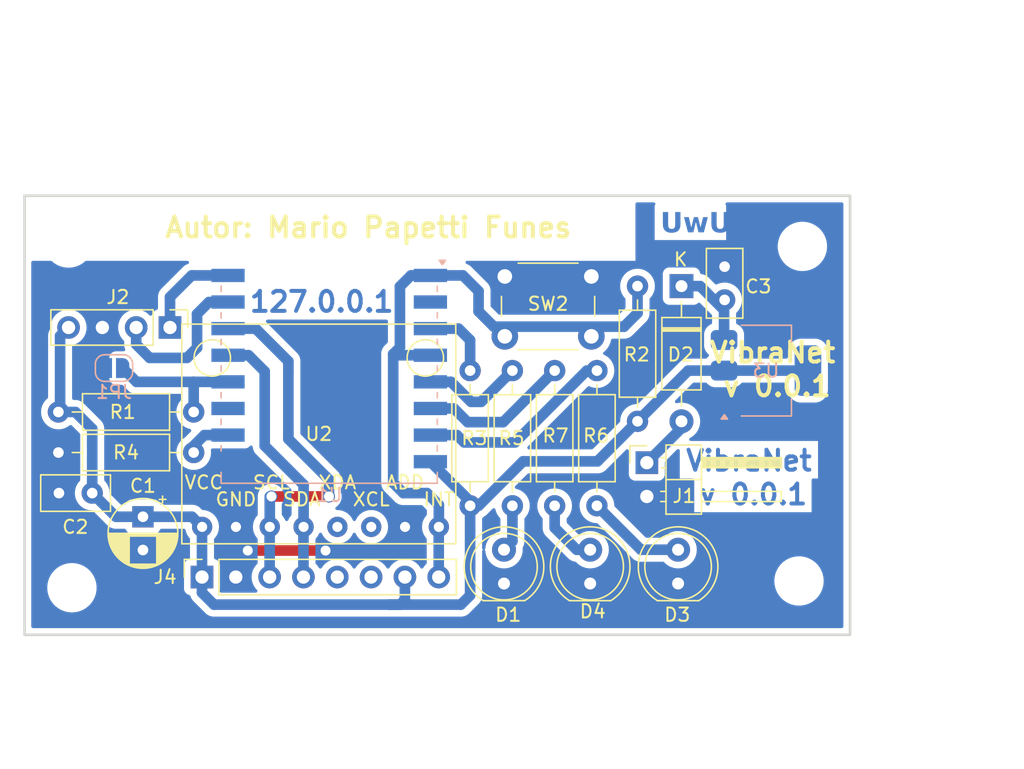
<source format=kicad_pcb>
(kicad_pcb (version 20240108) (generator "pcbnew") (generator_version "8.0")
  (title_block (title "VibraNet (Red de nodos sismoreceptores)") (date "2025-10-05") (rev "v0.0.0.1") (company "UNIVERSIDAD NACIONAL DE CUYO - FACULTAD DE INGENIERIA") (comment 1 "Proyecto Tipo C · Red de nodos de adquisición de datos sismográficos") (comment 2 "Autor: Mario Papetti Funes"))
  (layers (0 "F.Cu" signal) (31 "B.Cu" signal) (34 "B.Paste" user) (35 "F.Paste" user) (36 "B.SilkS" user "B.Silkscreen") (37 "F.SilkS" user "F.Silkscreen") (38 "B.Mask" user) (39 "F.Mask" user) (44 "Edge.Cuts" user))
  (net 0 "")
  (net 1 "VCC")
  (net 2 "GNDREF")
  (net 3 "Net-(D1-A)")
  (net 4 "RX")
  (net 5 "TX")
  (net 6 "SCL")
  (net 7 "SDA")
  (net 12 "int1")
  (net 15 "Net-(D3-A)")
  (net 16 "Net-(D4-A)")
  (net 17 "/led-aux")
  (net 18 "/led-data")
  (net 19 "/led-wifi")
  (net 20 "/Vin")
  (net 21 "/Vbat")
  (net 22 "/EN")
  (net 23 "/magic")
  (net 24 "boot")
  (footprint "MountingHole:MountingHole_3.2mm_M3" (layer "F.Cu") (at 106.937028 212.63375)
    (property "Reference" "H4" (at 0 0 0) (layer "F.SilkS"))
    (property "Value" "MountingHole")
    (pad "" np_thru_hole circle (at 0 0) (size 3.2 3.2) (drill 3.2) (layers "*.Cu" "*.Mask"))
  )
  (footprint "Connector_PinHeader_2.54mm:PinHeader_1x02_P2.54mm_Horizontal" (layer "F.Cu") (at 150.371028 229.14375)
    (property "Reference" "J1" (at 2.790972 2.50425 0) (layer "F.SilkS"))
    (property "Value" "batería")
    (pad "1" thru_hole rect (at 0 0) (size 1.7 1.7) (drill 1) (layers "*.Cu" "*.Mask") (net 21 "/Vbat"))
    (pad "2" thru_hole oval (at 0 2.54) (size 1.7 1.7) (drill 1) (layers "*.Cu" "*.Mask") (net 2 "GNDREF"))
  )
  (footprint "Resistor_THT:R_Axial_DIN0207_L6.3mm_D2.5mm_P10.16mm_Horizontal" (layer "F.Cu") (at 140.273028 232.38375 90)
    (property "Reference" "R5" (at 5.08 -0.062 0) (layer "F.SilkS"))
    (property "Value" "1k")
    (pad "1" thru_hole circle (at 0 0 90) (size 1.6 1.6) (drill 0.8) (layers "*.Cu" "*.Mask") (net 3 "Net-(D1-A)"))
    (pad "2" thru_hole oval (at 10.16 0 90) (size 1.6 1.6) (drill 0.8) (layers "*.Cu" "*.Mask") (net 17 "/led-aux"))
  )
  (footprint "Connector_PinHeader_2.54mm:PinHeader_1x04_P2.54mm_Vertical" (layer "F.Cu") (at 114.557028 218.98375 -90)
    (property "Reference" "J2" (at -2.286 3.917 180) (layer "F.SilkS"))
    (property "Value" "UART")
    (pad "1" thru_hole rect (at 0 0 270) (size 1.7 1.7) (drill 1) (layers "*.Cu" "*.Mask") (net 5 "TX"))
    (pad "2" thru_hole oval (at 0 2.54 270) (size 1.7 1.7) (drill 1) (layers "*.Cu" "*.Mask") (net 4 "RX"))
    (pad "3" thru_hole oval (at 0 5.08 270) (size 1.7 1.7) (drill 1) (layers "*.Cu" "*.Mask") (net 2 "GNDREF"))
    (pad "4" thru_hole oval (at 0 7.62 270) (size 1.7 1.7) (drill 1) (layers "*.Cu" "*.Mask") (net 1 "VCC"))
  )
  (footprint "Capacitor_THT:C_Disc_D5.0mm_W2.5mm_P2.50mm" (layer "F.Cu") (at 156.213028 216.91175 90)
    (property "Reference" "C3" (at 1.01175 2.536972 0) (layer "F.SilkS"))
    (property "Value" "102")
    (pad "1" thru_hole circle (at 0 0 90) (size 1.6 1.6) (drill 0.8) (layers "*.Cu" "*.Mask") (net 20 "/Vin"))
    (pad "2" thru_hole circle (at 2.5 0 90) (size 1.6 1.6) (drill 0.8) (layers "*.Cu" "*.Mask") (net 2 "GNDREF"))
  )
  (footprint "MountingHole:MountingHole_3.2mm_M3" (layer "F.Cu") (at 162.055028 212.88775)
    (property "Reference" "H1" (at 0 0 0) (layer "F.SilkS"))
    (property "Value" "MountingHole")
    (pad "" np_thru_hole circle (at 0 0) (size 3.2 3.2) (drill 3.2) (layers "*.Cu" "*.Mask"))
  )
  (footprint "Connector_PinSocket_2.54mm:PinSocket_1x08_P2.54mm_Vertical" (layer "F.Cu") (at 116.960028 237.73975 90)
    (property "Reference" "J4" (at 0 -2.77 0) (layer "F.SilkS"))
    (property "Value" "MPU6050")
    (pad "1" thru_hole rect (at 0 0 90) (size 1.7 1.7) (drill 1) (layers "*.Cu" "*.Mask") (net 1 "VCC"))
    (pad "2" thru_hole oval (at 0 2.54 90) (size 1.7 1.7) (drill 1) (layers "*.Cu" "*.Mask") (net 2 "GNDREF"))
    (pad "3" thru_hole oval (at 0 5.08 90) (size 1.7 1.7) (drill 1) (layers "*.Cu" "*.Mask") (net 6 "SCL"))
    (pad "4" thru_hole oval (at 0 7.62 90) (size 1.7 1.7) (drill 1) (layers "*.Cu" "*.Mask") (net 7 "SDA"))
    (pad "5" thru_hole oval (at 0 10.16 90) (size 1.7 1.7) (drill 1) (layers "*.Cu" "*.Mask"))
    (pad "6" thru_hole oval (at 0 12.7 90) (size 1.7 1.7) (drill 1) (layers "*.Cu" "*.Mask"))
    (pad "7" thru_hole oval (at 0 15.24 90) (size 1.7 1.7) (drill 1) (layers "*.Cu" "*.Mask") (net 1 "VCC"))
    (pad "8" thru_hole oval (at 0 17.78 90) (size 1.7 1.7) (drill 1) (layers "*.Cu" "*.Mask") (net 12 "int1"))
  )
  (footprint "LED_THT:LED_D5.0mm" (layer "F.Cu") (at 146.115028 238.22575 90)
    (property "Reference" "D4" (at -2.094 0.192 0) (layer "F.SilkS"))
    (property "Value" "LED")
    (pad "1" thru_hole rect (at 0 0 90) (size 1.8 1.8) (drill 0.9) (layers "*.Cu" "*.Mask") (net 2 "GNDREF"))
    (pad "2" thru_hole circle (at 2.54 0 90) (size 1.8 1.8) (drill 0.9) (layers "*.Cu" "*.Mask") (net 16 "Net-(D4-A)"))
  )
  (footprint "LED_THT:LED_D5.0mm" (layer "F.Cu") (at 152.719028 238.22575 90)
    (property "Reference" "D3" (at -2.347999 -0.061999 180) (layer "F.SilkS"))
    (property "Value" "LED")
    (pad "1" thru_hole rect (at 0 0 90) (size 1.8 1.8) (drill 0.9) (layers "*.Cu" "*.Mask") (net 2 "GNDREF"))
    (pad "2" thru_hole circle (at 2.54 0 90) (size 1.8 1.8) (drill 0.9) (layers "*.Cu" "*.Mask") (net 15 "Net-(D3-A)"))
  )
  (footprint "USINI_sensors:module_mpu6050" (layer "F.Cu") (at 134.750028 233.96975 90)
    (property "Reference" "U2" (at 6.985 -9.017 0) (layer "F.SilkS"))
    (property "Value" "module_mpu6050")
    (fp_text user "XCL" (at 2.06775 -5.08 0) (layer "F.SilkS"))
    (fp_text user "SCL" (at 3.33775 -12.576028 0) (layer "F.SilkS"))
    (fp_text user "VCC" (at 3.33775 -17.656028 0) (layer "F.SilkS"))
    (fp_text user "INT" (at 2.06775 0 0) (layer "F.SilkS"))
    (fp_text user "SDA" (at 2.06775 -10.290028 0) (layer "F.SilkS"))
    (fp_text user "GND" (at 2.06775 -15.24 0) (layer "F.SilkS"))
    (fp_text user "XDA" (at 3.33775 -7.62 0) (layer "F.SilkS"))
    (fp_text user "ADD" (at 3.33775 -2.54 0) (layer "F.SilkS"))
    (pad "1" thru_hole circle (at 0 -17.78 90) (size 1.524 1.524) (drill 0.762) (layers "*.Cu" "*.Mask") (net 1 "VCC"))
    (pad "2" thru_hole circle (at 0 -15.24 90) (size 1.524 1.524) (drill 0.762) (layers "*.Cu" "*.Mask") (net 2 "GNDREF"))
    (pad "3" thru_hole circle (at 0 -12.7 90) (size 1.524 1.524) (drill 0.762) (layers "*.Cu" "*.Mask") (net 6 "SCL"))
    (pad "4" thru_hole circle (at 0 -10.16 90) (size 1.524 1.524) (drill 0.762) (layers "*.Cu" "*.Mask") (net 7 "SDA"))
    (pad "5" thru_hole circle (at 0 -7.62 90) (size 1.524 1.524) (drill 0.762) (layers "*.Cu" "*.Mask"))
    (pad "6" thru_hole circle (at 0 -5.08 90) (size 1.524 1.524) (drill 0.762) (layers "*.Cu" "*.Mask"))
    (pad "7" thru_hole circle (at 0 -2.54 90) (size 1.524 1.524) (drill 0.762) (layers "*.Cu" "*.Mask") (net 2 "GNDREF"))
    (pad "8" thru_hole circle (at 0 0 90) (size 1.524 1.524) (drill 0.762) (layers "*.Cu" "*.Mask") (net 12 "int1"))
  )
  (footprint "Capacitor_THT:CP_Radial_D5.0mm_P2.50mm" (layer "F.Cu") (at 112.525028 233.20775 -90)
    (property "Reference" "C1" (at -2.32175 0.003028 0) (layer "F.SilkS"))
    (property "Value" "47uF")
    (pad "1" thru_hole rect (at 0 0 270) (size 1.6 1.6) (drill 0.8) (layers "*.Cu" "*.Mask") (net 1 "VCC"))
    (pad "2" thru_hole circle (at 2.5 0 270) (size 1.6 1.6) (drill 0.8) (layers "*.Cu" "*.Mask") (net 2 "GNDREF"))
  )
  (footprint "Capacitor_THT:C_Disc_D5.0mm_W2.5mm_P2.50mm" (layer "F.Cu") (at 108.715028 231.42975 180)
    (property "Reference" "C2" (at 1.27 -2.54 180) (layer "F.SilkS"))
    (property "Value" "102")
    (pad "1" thru_hole circle (at 0 0 180) (size 1.6 1.6) (drill 0.8) (layers "*.Cu" "*.Mask") (net 1 "VCC"))
    (pad "2" thru_hole circle (at 2.5 0 180) (size 1.6 1.6) (drill 0.8) (layers "*.Cu" "*.Mask") (net 2 "GNDREF"))
  )
  (footprint "Resistor_THT:R_Axial_DIN0207_L6.3mm_D2.5mm_P10.16mm_Horizontal" (layer "F.Cu") (at 106.175028 228.38175)
    (property "Reference" "R4" (at 5.08 0 0) (layer "F.SilkS"))
    (property "Value" "10k")
    (pad "1" thru_hole circle (at 0 0) (size 1.6 1.6) (drill 0.8) (layers "*.Cu" "*.Mask") (net 2 "GNDREF"))
    (pad "2" thru_hole oval (at 10.16 0) (size 1.6 1.6) (drill 0.8) (layers "*.Cu" "*.Mask") (net 23 "/magic"))
  )
  (footprint "Diode_THT:D_A-405_P10.16mm_Horizontal" (layer "F.Cu") (at 152.973028 215.87375 -90)
    (property "Reference" "D2" (at 5.141999 0.061999 180) (layer "F.SilkS"))
    (property "Value" "1N4007")
    (fp_text user "K" (at -2.00575 0.065028 180) (layer "F.SilkS"))
    (pad "1" thru_hole rect (at 0 0 270) (size 1.8 1.8) (drill 0.9) (layers "*.Cu" "*.Mask") (net 20 "/Vin"))
    (pad "2" thru_hole oval (at 10.16 0 270) (size 1.8 1.8) (drill 0.9) (layers "*.Cu" "*.Mask") (net 21 "/Vbat"))
  )
  (footprint "Resistor_THT:R_Axial_DIN0207_L6.3mm_D2.5mm_P10.16mm_Horizontal" (layer "F.Cu") (at 149.671028 215.87375 -90)
    (property "Reference" "R2" (at 5.141999 0.061999 180) (layer "F.SilkS"))
    (property "Value" "10k")
    (pad "1" thru_hole circle (at 0 0 270) (size 1.6 1.6) (drill 0.8) (layers "*.Cu" "*.Mask") (net 12 "int1"))
    (pad "2" thru_hole oval (at 10.16 0 270) (size 1.6 1.6) (drill 0.8) (layers "*.Cu" "*.Mask") (net 1 "VCC"))
  )
  (footprint "Resistor_THT:R_Axial_DIN0207_L6.3mm_D2.5mm_P10.16mm_Horizontal" (layer "F.Cu") (at 137.098028 222.22375 -90)
    (property "Reference" "R3" (at 5.079999 -0.319001 180) (layer "F.SilkS"))
    (property "Value" "10k")
    (pad "1" thru_hole circle (at 0 0 270) (size 1.6 1.6) (drill 0.8) (layers "*.Cu" "*.Mask") (net 22 "/EN"))
    (pad "2" thru_hole oval (at 10.16 0 270) (size 1.6 1.6) (drill 0.8) (layers "*.Cu" "*.Mask") (net 1 "VCC"))
  )
  (footprint "Resistor_THT:R_Axial_DIN0207_L6.3mm_D2.5mm_P10.16mm_Horizontal" (layer "F.Cu") (at 146.623028 232.38375 90)
    (property "Reference" "R6" (at 5.272 -0.062 0) (layer "F.SilkS"))
    (property "Value" "1k")
    (pad "1" thru_hole circle (at 0 0 90) (size 1.6 1.6) (drill 0.8) (layers "*.Cu" "*.Mask") (net 15 "Net-(D3-A)"))
    (pad "2" thru_hole oval (at 10.16 0 90) (size 1.6 1.6) (drill 0.8) (layers "*.Cu" "*.Mask") (net 18 "/led-data"))
  )
  (footprint "Resistor_THT:R_Axial_DIN0207_L6.3mm_D2.5mm_P10.16mm_Horizontal" (layer "F.Cu") (at 143.448028 232.38375 90)
    (property "Reference" "R7" (at 5.272 0.065 0) (layer "F.SilkS"))
    (property "Value" "1k")
    (pad "1" thru_hole circle (at 0 0 90) (size 1.6 1.6) (drill 0.8) (layers "*.Cu" "*.Mask") (net 16 "Net-(D4-A)"))
    (pad "2" thru_hole oval (at 10.16 0 90) (size 1.6 1.6) (drill 0.8) (layers "*.Cu" "*.Mask") (net 19 "/led-wifi"))
  )
  (footprint "Button_Switch_THT:SW_PUSH_6mm_H4.3mm" (layer "F.Cu") (at 146.203028 219.64775 180)
    (property "Reference" "SW2" (at 3.25 2.442 180) (layer "F.SilkS"))
    (property "Value" "SW_Push")
    (pad "1" thru_hole circle (at 0 0 270) (size 2 2) (drill 1.1) (layers "*.Cu" "*.Mask") (net 12 "int1"))
    (pad "1" thru_hole circle (at 6.5 0 270) (size 2 2) (drill 1.1) (layers "*.Cu" "*.Mask") (net 12 "int1"))
    (pad "2" thru_hole circle (at 0 4.5 270) (size 2 2) (drill 1.1) (layers "*.Cu" "*.Mask") (net 2 "GNDREF"))
    (pad "2" thru_hole circle (at 6.5 4.5 270) (size 2 2) (drill 1.1) (layers "*.Cu" "*.Mask") (net 2 "GNDREF"))
  )
  (footprint "MountingHole:MountingHole_3.2mm_M3" (layer "F.Cu") (at 107.191028 238.54175)
    (property "Reference" "H3" (at 0 0 0) (layer "F.SilkS"))
    (property "Value" "MountingHole")
    (pad "" np_thru_hole circle (at 0 0) (size 3.2 3.2) (drill 3.2) (layers "*.Cu" "*.Mask"))
  )
  (footprint "Resistor_THT:R_Axial_DIN0207_L6.3mm_D2.5mm_P10.16mm_Horizontal" (layer "F.Cu") (at 116.335028 225.33375 180)
    (property "Reference" "R1" (at 5.334 0 180) (layer "F.SilkS"))
    (property "Value" "10k")
    (pad "1" thru_hole circle (at 0 0 180) (size 1.6 1.6) (drill 0.8) (layers "*.Cu" "*.Mask") (net 24 "boot"))
    (pad "2" thru_hole oval (at 10.16 0 180) (size 1.6 1.6) (drill 0.8) (layers "*.Cu" "*.Mask") (net 1 "VCC"))
  )
  (footprint "MountingHole:MountingHole_3.2mm_M3" (layer "F.Cu") (at 161.801028 238.03375)
    (property "Reference" "H2" (at 0 0 0) (layer "F.SilkS"))
    (property "Value" "MountingHole")
    (pad "" np_thru_hole circle (at 0 0) (size 3.2 3.2) (drill 3.2) (layers "*.Cu" "*.Mask"))
  )
  (footprint "LED_THT:LED_D5.0mm" (layer "F.Cu") (at 139.643028 238.22575 90)
    (property "Reference" "D1" (at -2.348 0.314 0) (layer "F.SilkS"))
    (property "Value" "LED")
    (pad "1" thru_hole rect (at 0 0 90) (size 1.8 1.8) (drill 0.9) (layers "*.Cu" "*.Mask") (net 2 "GNDREF"))
    (pad "2" thru_hole circle (at 2.54 0 90) (size 1.8 1.8) (drill 0.9) (layers "*.Cu" "*.Mask") (net 3 "Net-(D1-A)"))
  )
  (footprint "Jumper:SolderJumper-2_P1.3mm_Open_RoundedPad1.0x1.5mm" (layer "B.Cu") (at 110.351028 222.03175)
    (property "Reference" "JP1" (at 0 1.8 0) (layer "B.SilkS") (effects (justify mirror)))
    (property "Value" "Jumper_2_Open")
    (pad "1" smd custom (at -0.65 0) (size 1 0.5) (layers "B.Cu" "B.Mask") (net 2 "GNDREF") (options (clearance outline) (anchor rect)) (primitives (gr_circle (center 0 -0.25) (end 0.5 -0.25) (width 0) (fill yes)) (gr_circle (center 0 0.25) (end 0.5 0.25) (width 0) (fill yes)) (gr_poly (pts (xy 0.5 -0.75) (xy 0 -0.75) (xy 0 0.75) (xy 0.5 0.75)) (width 0) (fill yes))))
    (pad "2" smd custom (at 0.65 0) (size 1 0.5) (layers "B.Cu" "B.Mask") (net 24 "boot") (options (clearance outline) (anchor rect)) (primitives (gr_circle (center 0 -0.25) (end 0.5 -0.25) (width 0) (fill yes)) (gr_circle (center 0 0.25) (end 0.5 0.25) (width 0) (fill yes)) (gr_poly (pts (xy 0 -0.75) (xy -0.5 -0.75) (xy -0.5 0.75) (xy 0 0.75)) (width 0) (fill yes))))
  )
  (footprint "RF_Module:ESP-07" (layer "B.Cu") (at 126.515028 219.96975 180)
    (property "Reference" "U1" (at 0 -11.6 180) (layer "B.SilkS") (effects (justify mirror)))
    (property "Value" "ESP-07")
    (pad "1" smd rect (at -7.6 4.9 180) (size 2.5 1) (layers "B.Cu" "B.Paste" "B.Mask") (net 12 "int1"))
    (pad "2" smd rect (at -7.6 2.9 180) (size 2.5 1) (layers "B.Cu" "B.Paste" "B.Mask"))
    (pad "3" smd rect (at -7.6 0.9 180) (size 2.5 1) (layers "B.Cu" "B.Paste" "B.Mask") (net 22 "/EN"))
    (pad "4" smd rect (at -7.6 -1.1 180) (size 2.5 1) (layers "B.Cu" "B.Paste" "B.Mask") (net 12 "int1"))
    (pad "5" smd rect (at -7.6 -3.1 180) (size 2.5 1) (layers "B.Cu" "B.Paste" "B.Mask") (net 17 "/led-aux"))
    (pad "6" smd rect (at -7.6 -5.1 180) (size 2.5 1) (layers "B.Cu" "B.Paste" "B.Mask") (net 19 "/led-wifi"))
    (pad "7" smd rect (at -7.6 -7.1 180) (size 2.5 1) (layers "B.Cu" "B.Paste" "B.Mask") (net 18 "/led-data"))
    (pad "8" smd rect (at -7.6 -9.1 180) (size 2.5 1) (layers "B.Cu" "B.Paste" "B.Mask") (net 1 "VCC"))
    (pad "9" smd rect (at 7.6 -9.1 180) (size 2.5 1) (layers "B.Cu" "B.Paste" "B.Mask") (net 2 "GNDREF"))
    (pad "10" smd rect (at 7.6 -7.1 180) (size 2.5 1) (layers "B.Cu" "B.Paste" "B.Mask") (net 23 "/magic"))
    (pad "11" smd rect (at 7.6 -5.1 180) (size 2.5 1) (layers "B.Cu" "B.Paste" "B.Mask"))
    (pad "12" smd rect (at 7.6 -3.1 180) (size 2.5 1) (layers "B.Cu" "B.Paste" "B.Mask") (net 24 "boot"))
    (pad "13" smd rect (at 7.6 -1.1 180) (size 2.5 1) (layers "B.Cu" "B.Paste" "B.Mask") (net 7 "SDA"))
    (pad "14" smd rect (at 7.6 0.9 180) (size 2.5 1) (layers "B.Cu" "B.Paste" "B.Mask") (net 6 "SCL"))
    (pad "15" smd rect (at 7.6 2.9 180) (size 2.5 1) (layers "B.Cu" "B.Paste" "B.Mask") (net 4 "RX"))
    (pad "16" smd rect (at 7.6 4.9 180) (size 2.5 1) (layers "B.Cu" "B.Paste" "B.Mask") (net 5 "TX"))
    (zone (net 0) (net_name "") (layers "*.Cu") (connect_pads (clearance 0)) (min_thickness 0.254)
      (keepout (tracks not_allowed) (vias not_allowed) (pads not_allowed) (copperpour not_allowed) (footprints not_allowed))
      (fill (thermal_gap 0.508) (thermal_bridge_width 0.508))
      (polygon (pts (xy 149.515028 213.96975) (xy 103.515028 213.96975) (xy 103.515028 194.36975) (xy 149.515028 194.36975)))
    )
  )
  (footprint "Package_TO_SOT_SMD:SOT-223-3_TabPin2" (layer "B.Cu") (at 159.323028 222.22375)
    (property "Reference" "U3" (at 0 0 0) (layer "B.SilkS") (effects (justify mirror)))
    (property "Value" "AMS1117-3.3")
    (pad "1" smd roundrect (at -3.15 2.3) (size 2 1.5) (layers "B.Cu" "B.Paste" "B.Mask") (net 2 "GNDREF"))
    (pad "2" smd roundrect (at -3.15 0) (size 2 1.5) (layers "B.Cu" "B.Paste" "B.Mask") (net 1 "VCC"))
    (pad "2" smd roundrect (at 3.15 0) (size 2 3.8) (layers "B.Cu" "B.Paste" "B.Mask") (net 1 "VCC"))
    (pad "3" smd roundrect (at -3.15 -2.3) (size 2 1.5) (layers "B.Cu" "B.Paste" "B.Mask") (net 20 "/Vin"))
  )
  (gr_rect (start 103.635028 209.07775) (end 165.635028 242.07775) (stroke (width 0.2)) (fill none) (layer "Edge.Cuts"))
  (gr_text "127.0.0.1" (at 120.396 217.932 0) (layer "B.Cu") (effects (font (size 1.5 1.5) (thickness 0.3) (bold yes)) (justify left bottom)))
  (gr_text "UwU" (at 151.384 212.09 0) (layer "B.Cu") (effects (font (size 1.5 1.5) (thickness 0.3) (bold yes)) (justify left bottom)))
  (gr_text "VibraNet" (at 153.162 229.87 0) (layer "B.Cu") (effects (font (size 1.5 1.5) (thickness 0.3) (bold yes)) (justify left bottom)))
  (gr_text "v 0.0.1\n" (at 154.178 232.41 0) (layer "B.Cu") (effects (font (size 1.5 1.5) (thickness 0.3) (bold yes)) (justify left bottom)))
  (gr_text "VibraNet" (at 154.94 221.742 0) (layer "F.SilkS") (effects (font (size 1.5 1.5) (thickness 0.3) (bold yes)) (justify left bottom)))
  (gr_text "Autor: Mario Papetti Funes\n" (at 114.046 212.344 0) (layer "F.SilkS") (effects (font (size 1.5 1.5) (thickness 0.3) (bold yes)) (justify left bottom)))
  (gr_text "v 0.0.1\n" (at 155.956 224.282 0) (layer "F.SilkS") (effects (font (size 1.5 1.5) (thickness 0.3) (bold yes)) (justify left bottom)))
  (segment (start 106.175028 225.33375) (end 107.445028 225.33375) (width 0.8) (layer "B.Cu") (net 1))
  (segment (start 132.200028 237.73975) (end 132.200028 239.44075) (width 0.8) (layer "B.Cu") (net 1))
  (segment (start 137.098028 232.38375) (end 137.733028 232.38375) (width 0.8) (layer "B.Cu") (net 1))
  (segment (start 131.067028 239.81175) (end 117.859028 239.81175) (width 0.8) (layer "B.Cu") (net 1))
  (segment (start 106.302028 225.20675) (end 106.175028 225.33375) (width 0.8) (layer "B.Cu") (net 1))
  (segment (start 132.200028 239.44075) (end 131.829028 239.81175) (width 0.8) (layer "B.Cu") (net 1))
  (segment (start 162.473028 222.22375) (end 156.173028 222.22375) (width 0.8) (layer "B.Cu") (net 1))
  (segment (start 110.493028 233.20775) (end 116.208028 233.20775) (width 0.8) (layer "B.Cu") (net 1))
  (segment (start 106.937028 218.98375) (end 106.302028 219.61875) (width 0.8) (layer "B.Cu") (net 1))
  (segment (start 131.067028 239.81175) (end 136.401028 239.81175) (width 0.8) (layer "B.Cu") (net 1))
  (segment (start 116.960028 238.91275) (end 116.960028 237.73975) (width 0.8) (layer "B.Cu") (net 1))
  (segment (start 134.115028 229.06975) (end 137.098028 232.05275) (width 0.8) (layer "B.Cu") (net 1))
  (segment (start 146.661028 229.04375) (end 149.671028 226.03375) (width 0.8) (layer "B.Cu") (net 1))
  (segment (start 108.715028 226.60375) (end 108.715028 231.42975) (width 0.8) (layer "B.Cu") (net 1))
  (segment (start 116.208028 233.20775) (end 116.970028 233.96975) (width 0.8) (layer "B.Cu") (net 1))
  (segment (start 149.671028 226.03375) (end 153.481028 222.22375) (width 0.8) (layer "B.Cu") (net 1))
  (segment (start 106.302028 219.61875) (end 106.302028 225.20675) (width 0.8) (layer "B.Cu") (net 1))
  (segment (start 107.445028 225.33375) (end 108.715028 226.60375) (width 0.8) (layer "B.Cu") (net 1))
  (segment (start 116.960028 237.73975) (end 116.960028 233.97975) (width 0.8) (layer "B.Cu") (net 1))
  (segment (start 137.733028 232.38375) (end 141.073028 229.04375) (width 0.8) (layer "B.Cu") (net 1))
  (segment (start 153.481028 222.22375) (end 156.173028 222.22375) (width 0.8) (layer "B.Cu") (net 1))
  (segment (start 137.098028 232.05275) (end 137.098028 232.38375) (width 0.8) (layer "B.Cu") (net 1))
  (segment (start 116.960028 233.97975) (end 116.970028 233.96975) (width 0.8) (layer "B.Cu") (net 1))
  (segment (start 141.073028 229.04375) (end 146.661028 229.04375) (width 0.8) (layer "B.Cu") (net 1))
  (segment (start 137.098028 239.11475) (end 137.098028 232.38375) (width 0.8) (layer "B.Cu") (net 1))
  (segment (start 117.859028 239.81175) (end 116.960028 238.91275) (width 0.8) (layer "B.Cu") (net 1))
  (segment (start 108.715028 231.42975) (end 110.493028 233.20775) (width 0.8) (layer "B.Cu") (net 1))
  (segment (start 136.401028 239.81175) (end 137.098028 239.11475) (width 0.8) (layer "B.Cu") (net 1))
  (segment (start 131.829028 239.81175) (end 131.067028 239.81175) (width 0.8) (layer "B.Cu") (net 1))
  (segment (start 120.399028 235.74775) (end 126.241028 235.74775) (width 0.8) (layer "F.Cu") (net 2))
  (via (at 126.241028 235.74775) (size 0.9) (drill 0.75) (layers "F.Cu" "B.Cu") (net 2))
  (via (at 120.399028 235.74775) (size 0.9) (drill 0.75) (layers "F.Cu" "B.Cu") (net 2))
  (segment (start 140.273028 235.05575) (end 139.643028 235.68575) (width 0.8) (layer "B.Cu") (net 3))
  (segment (start 140.273028 232.38375) (end 140.273028 235.05575) (width 0.8) (layer "B.Cu") (net 3))
  (segment (start 117.487028 217.06975) (end 118.915028 217.06975) (width 0.8) (layer "B.Cu") (net 4))
  (segment (start 116.589028 220.50775) (end 116.589028 217.96775) (width 0.8) (layer "B.Cu") (net 4))
  (segment (start 115.827028 221.26975) (end 116.589028 220.50775) (width 0.8) (layer "B.Cu") (net 4))
  (segment (start 116.589028 217.96775) (end 117.487028 217.06975) (width 0.8) (layer "B.Cu") (net 4))
  (segment (start 112.017028 218.98375) (end 112.017028 220.25375) (width 0.8) (layer "B.Cu") (net 4))
  (segment (start 112.017028 220.25375) (end 113.033028 221.26975) (width 0.8) (layer "B.Cu") (net 4))
  (segment (start 113.033028 221.26975) (end 115.827028 221.26975) (width 0.8) (layer "B.Cu") (net 4))
  (segment (start 116.185028 215.06975) (end 118.915028 215.06975) (width 0.8) (layer "B.Cu") (net 5))
  (segment (start 114.557028 218.98375) (end 114.557028 216.69775) (width 0.8) (layer "B.Cu") (net 5))
  (segment (start 114.557028 216.69775) (end 116.185028 215.06975) (width 0.8) (layer "B.Cu") (net 5))
  (segment (start 122.177028 231.68375) (end 126.495028 231.68375) (width 0.8) (layer "F.Cu") (net 6))
  (via (at 122.177028 231.68375) (size 0.9) (drill 0.75) (layers "F.Cu" "B.Cu") (net 6))
  (via (at 126.495028 231.68375) (size 0.9) (drill 0.75) (layers "F.Cu" "B.Cu") (net 6))
  (segment (start 118.915028 219.06975) (end 120.993028 219.06975) (width 0.8) (layer "B.Cu") (net 6))
  (segment (start 126.495028 230.41375) (end 126.495028 231.68375) (width 0.8) (layer "B.Cu") (net 6))
  (segment (start 122.040028 237.73975) (end 122.040028 233.97975) (width 0.8) (layer "B.Cu") (net 6))
  (segment (start 123.447028 226.85775) (end 123.447028 227.36575) (width 0.8) (layer "B.Cu") (net 6))
  (segment (start 123.447028 227.36575) (end 126.495028 230.41375) (width 0.8) (layer "B.Cu") (net 6))
  (segment (start 123.447028 221.52375) (end 123.447028 222.28575) (width 0.8) (layer "B.Cu") (net 6))
  (segment (start 123.447028 222.28575) (end 123.447028 226.85775) (width 0.8) (layer "B.Cu") (net 6))
  (segment (start 120.993028 219.06975) (end 123.447028 221.52375) (width 0.8) (layer "B.Cu") (net 6))
  (segment (start 122.177028 231.68375) (end 122.050028 231.81075) (width 0.8) (layer "B.Cu") (net 6))
  (segment (start 122.050028 231.68375) (end 122.177028 231.68375) (width 0.8) (layer "B.Cu") (net 6))
  (segment (start 122.040028 233.97975) (end 122.050028 233.96975) (width 0.8) (layer "B.Cu") (net 6))
  (segment (start 122.050028 231.81075) (end 122.050028 233.96975) (width 0.8) (layer "B.Cu") (net 6))
  (segment (start 124.590028 233.96975) (end 124.590028 230.79475) (width 0.8) (layer "B.Cu") (net 7))
  (segment (start 124.590028 230.79475) (end 121.669028 227.87375) (width 0.8) (layer "B.Cu") (net 7))
  (segment (start 124.580028 237.73975) (end 124.580028 233.97975) (width 0.8) (layer "B.Cu") (net 7))
  (segment (start 121.669028 222.28575) (end 120.453028 221.06975) (width 0.8) (layer "B.Cu") (net 7))
  (segment (start 124.580028 233.97975) (end 124.590028 233.96975) (width 0.8) (layer "B.Cu") (net 7))
  (segment (start 120.453028 221.06975) (end 118.915028 221.06975) (width 0.8) (layer "B.Cu") (net 7))
  (segment (start 121.669028 227.87375) (end 121.669028 222.28575) (width 0.8) (layer "B.Cu") (net 7))
  (segment (start 149.671028 217.90575) (end 149.671028 215.87375) (width 0.8) (layer "B.Cu") (net 12))
  (segment (start 134.740028 237.73975) (end 134.740028 233.97975) (width 0.8) (layer "B.Cu") (net 12))
  (segment (start 138.879028 218.92175) (end 148.655028 218.92175) (width 0.8) (layer "B.Cu") (net 12))
  (segment (start 148.655028 218.92175) (end 149.671028 217.90575) (width 0.8) (layer "B.Cu") (net 12))
  (segment (start 133.861028 231.42975) (end 132.083028 231.42975) (width 0.8) (layer "B.Cu") (net 12))
  (segment (start 134.740028 233.97975) (end 134.750028 233.96975) (width 0.8) (layer "B.Cu") (net 12))
  (segment (start 134.750028 233.96975) (end 134.750028 232.31875) (width 0.8) (layer "B.Cu") (net 12))
  (segment (start 134.115028 221.06975) (end 131.410778 221.06975) (width 0.8) (layer "B.Cu") (net 12))
  (segment (start 131.826 215.9) (end 132.65625 215.06975) (width 0.8) (layer "B.Cu") (net 12))
  (segment (start 132.65625 215.06975) (end 134.115028 215.06975) (width 0.8) (layer "B.Cu") (net 12))
  (segment (start 132.083028 231.42975) (end 131.321028 230.66775) (width 0.8) (layer "B.Cu") (net 12))
  (segment (start 134.750028 232.31875) (end 133.861028 231.42975) (width 0.8) (layer "B.Cu") (net 12))
  (segment (start 131.321028 230.66775) (end 131.321028 220.98) (width 0.8) (layer "B.Cu") (net 12))
  (segment (start 131.321028 220.98) (end 131.826 220.475028) (width 0.8) (layer "B.Cu") (net 12))
  (segment (start 131.410778 221.06975) (end 131.321028 220.98) (width 0.8) (layer "B.Cu") (net 12))
  (segment (start 131.826 220.475028) (end 131.826 215.9) (width 0.8) (layer "B.Cu") (net 12))
  (segment (start 136.551028 215.06975) (end 137.733028 216.25175) (width 0.8) (layer "B.Cu") (net 12))
  (segment (start 137.733028 217.77575) (end 138.879028 218.92175) (width 0.8) (layer "B.Cu") (net 12))
  (segment (start 137.733028 216.25175) (end 137.733028 217.77575) (width 0.8) (layer "B.Cu") (net 12))
  (segment (start 134.115028 215.06975) (end 136.551028 215.06975) (width 0.8) (layer "B.Cu") (net 12))
  (segment (start 149.925028 235.68575) (end 146.623028 232.38375) (width 0.8) (layer "B.Cu") (net 15))
  (segment (start 152.719028 235.68575) (end 149.925028 235.68575) (width 0.8) (layer "B.Cu") (net 15))
  (segment (start 143.448028 232.38375) (end 143.448028 234.03475) (width 0.8) (layer "B.Cu") (net 16))
  (segment (start 145.099028 235.68575) (end 146.115028 235.68575) (width 0.8) (layer "B.Cu") (net 16))
  (segment (start 143.448028 234.03475) (end 145.099028 235.68575) (width 0.8) (layer "B.Cu") (net 16))
  (segment (start 137.925028 224.57175) (end 140.273028 222.22375) (width 0.8) (layer "B.Cu") (net 17))
  (segment (start 137.163028 224.57175) (end 137.925028 224.57175) (width 0.8) (layer "B.Cu") (net 17))
  (segment (start 135.661028 223.06975) (end 137.163028 224.57175) (width 0.8) (layer "B.Cu") (net 17))
  (segment (start 134.115028 223.06975) (end 135.661028 223.06975) (width 0.8) (layer "B.Cu") (net 17))
  (segment (start 140.465028 227.61975) (end 145.861028 222.22375) (width 0.8) (layer "B.Cu") (net 18))
  (segment (start 145.861028 222.22375) (end 146.623028 222.22375) (width 0.8) (layer "B.Cu") (net 18))
  (segment (start 136.655028 227.61975) (end 140.465028 227.61975) (width 0.8) (layer "B.Cu") (net 18))
  (segment (start 136.105028 227.06975) (end 136.655028 227.61975) (width 0.8) (layer "B.Cu") (net 18))
  (segment (start 134.115028 227.06975) (end 136.105028 227.06975) (width 0.8) (layer "B.Cu") (net 18))
  (segment (start 136.909028 226.09575) (end 139.576028 226.09575) (width 0.8) (layer "B.Cu") (net 19))
  (segment (start 135.883028 225.06975) (end 136.909028 226.09575) (width 0.8) (layer "B.Cu") (net 19))
  (segment (start 139.576028 226.09575) (end 143.448028 222.22375) (width 0.8) (layer "B.Cu") (net 19))
  (segment (start 134.115028 225.06975) (end 135.883028 225.06975) (width 0.8) (layer "B.Cu") (net 19))
  (segment (start 156.173028 217.67375) (end 154.373028 215.87375) (width 0.8) (layer "B.Cu") (net 20))
  (segment (start 154.373028 215.87375) (end 152.973028 215.87375) (width 0.8) (layer "B.Cu") (net 20))
  (segment (start 156.173028 219.92375) (end 156.173028 217.67375) (width 0.8) (layer "B.Cu") (net 20))
  (segment (start 150.371028 229.14375) (end 152.973028 226.54175) (width 0.8) (layer "B.Cu") (net 21))
  (segment (start 152.973028 226.54175) (end 152.973028 226.03375) (width 0.8) (layer "B.Cu") (net 21))
  (segment (start 134.115028 219.06975) (end 136.233028 219.06975) (width 0.8) (layer "B.Cu") (net 22))
  (segment (start 137.098028 219.93475) (end 136.233028 219.06975) (width 0.8) (layer "B.Cu") (net 22))
  (segment (start 137.098028 222.22375) (end 137.098028 219.93475) (width 0.8) (layer "B.Cu") (net 22))
  (segment (start 117.139028 227.06975) (end 116.335028 227.87375) (width 0.8) (layer "B.Cu") (net 23))
  (segment (start 116.335028 227.87375) (end 116.335028 228.38175) (width 0.8) (layer "B.Cu") (net 23))
  (segment (start 118.915028 227.06975) (end 117.139028 227.06975) (width 0.8) (layer "B.Cu") (net 23))
  (segment (start 111.001028 222.03175) (end 112.039028 223.06975) (width 0.8) (layer "B.Cu") (net 24))
  (segment (start 112.039028 223.06975) (end 116.335028 223.06975) (width 0.8) (layer "B.Cu") (net 24))
  (segment (start 116.335028 223.06975) (end 118.915028 223.06975) (width 0.8) (layer "B.Cu") (net 24))
  (segment (start 116.335028 223.06975) (end 116.335028 225.33375) (width 0.8) (layer "B.Cu") (net 24))
  (zone (net 2) (net_name "GNDREF") (layer "B.Cu") (connect_pads yes (clearance 0.5)) (min_thickness 0.25) (fill yes (thermal_gap 0.5) (thermal_bridge_width 0.5))
    (polygon (pts (xy 165.611028 209.07775) (xy 165.611028 242.09775) (xy 103.635028 242.09775) (xy 103.635028 209.07775)))
  )
)
</source>
